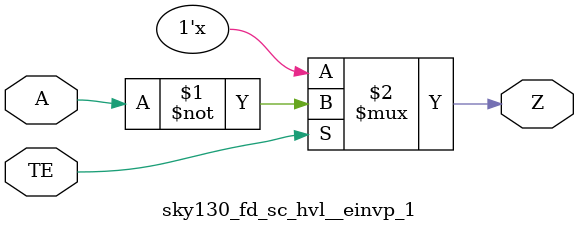
<source format=v>
/*
 * Copyright 2020 The SkyWater PDK Authors
 *
 * Licensed under the Apache License, Version 2.0 (the "License");
 * you may not use this file except in compliance with the License.
 * You may obtain a copy of the License at
 *
 *     https://www.apache.org/licenses/LICENSE-2.0
 *
 * Unless required by applicable law or agreed to in writing, software
 * distributed under the License is distributed on an "AS IS" BASIS,
 * WITHOUT WARRANTIES OR CONDITIONS OF ANY KIND, either express or implied.
 * See the License for the specific language governing permissions and
 * limitations under the License.
 *
 * SPDX-License-Identifier: Apache-2.0
*/


`ifndef SKY130_FD_SC_HVL__EINVP_1_FUNCTIONAL_V
`define SKY130_FD_SC_HVL__EINVP_1_FUNCTIONAL_V

/**
 * einvp: Tri-state inverter, positive enable.
 *
 * Verilog simulation functional model.
 */

`timescale 1ns / 1ps
`default_nettype none

`celldefine
module sky130_fd_sc_hvl__einvp_1 (
    Z ,
    A ,
    TE
);

    // Module ports
    output Z ;
    input  A ;
    input  TE;

    //     Name     Output  Other arguments
    notif1 notif10 (Z     , A, TE          );

endmodule
`endcelldefine

`default_nettype wire
`endif  // SKY130_FD_SC_HVL__EINVP_1_FUNCTIONAL_V

</source>
